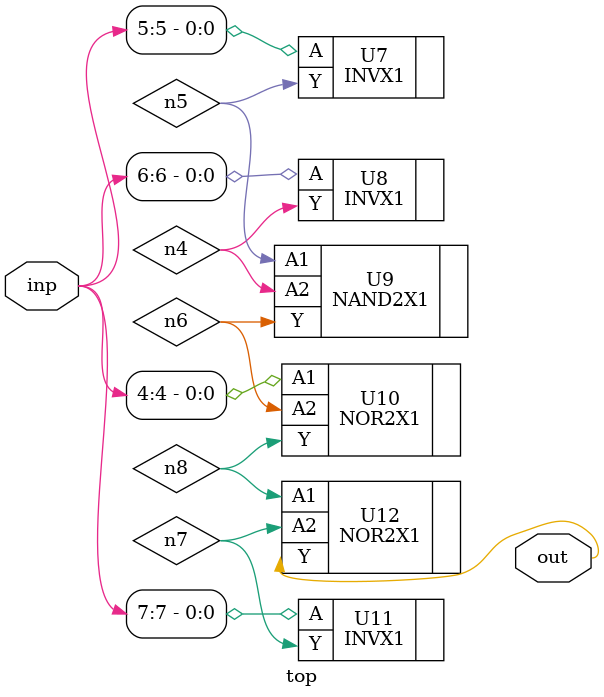
<source format=sv>


module top ( inp, out );
  input [7:0] inp;
  output out;
  wire   n4, n5, n6, n7, n8;

  INVX1 U7 ( .A(inp[5]), .Y(n5) );
  INVX1 U8 ( .A(inp[6]), .Y(n4) );
  NAND2X1 U9 ( .A1(n5), .A2(n4), .Y(n6) );
  NOR2X1 U10 ( .A1(inp[4]), .A2(n6), .Y(n8) );
  INVX1 U11 ( .A(inp[7]), .Y(n7) );
  NOR2X1 U12 ( .A1(n8), .A2(n7), .Y(out) );
endmodule


</source>
